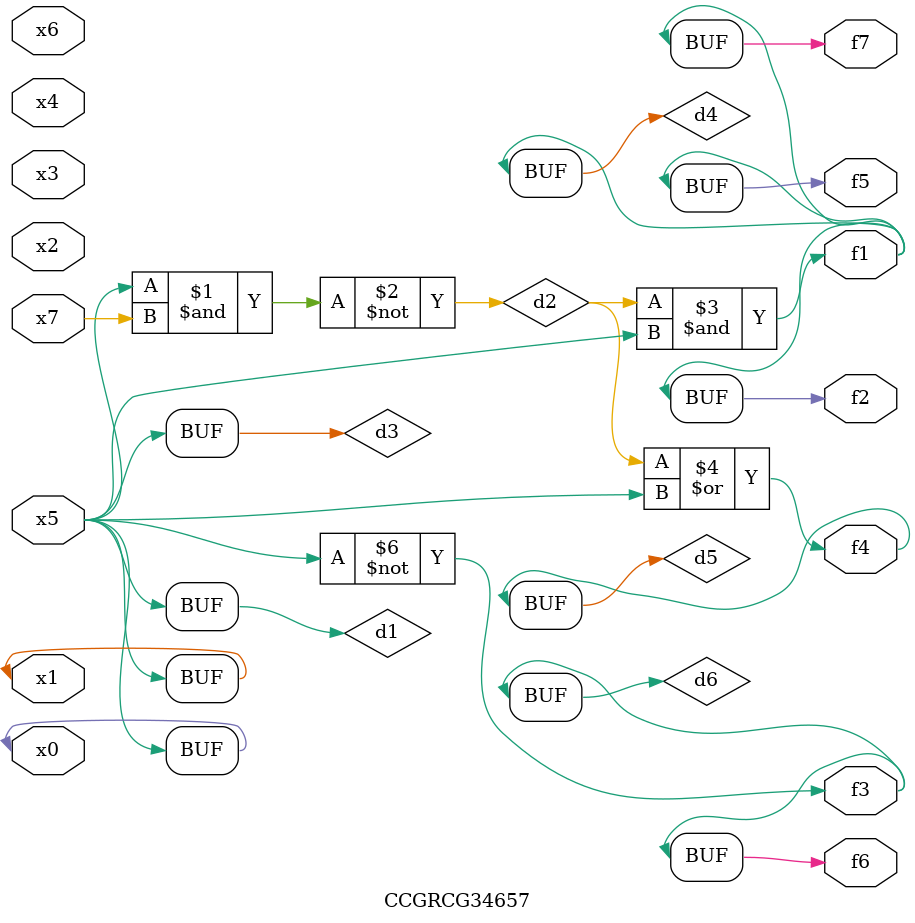
<source format=v>
module CCGRCG34657(
	input x0, x1, x2, x3, x4, x5, x6, x7,
	output f1, f2, f3, f4, f5, f6, f7
);

	wire d1, d2, d3, d4, d5, d6;

	buf (d1, x0, x5);
	nand (d2, x5, x7);
	buf (d3, x0, x1);
	and (d4, d2, d3);
	or (d5, d2, d3);
	nor (d6, d1, d3);
	assign f1 = d4;
	assign f2 = d4;
	assign f3 = d6;
	assign f4 = d5;
	assign f5 = d4;
	assign f6 = d6;
	assign f7 = d4;
endmodule

</source>
